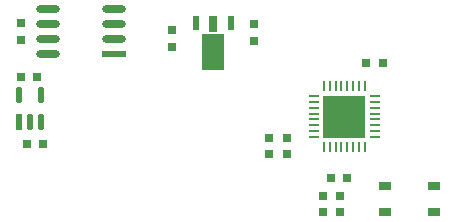
<source format=gtp>
G04*
G04 #@! TF.GenerationSoftware,Altium Limited,CircuitStudio,1.5.2 (30)*
G04*
G04 Layer_Color=8421504*
%FSLAX25Y25*%
%MOIN*%
G70*
G01*
G75*
%ADD10R,0.03000X0.03000*%
%ADD11R,0.03000X0.03000*%
%ADD12R,0.02165X0.05118*%
%ADD13R,0.03150X0.05807*%
%ADD14R,0.07284X0.12303*%
%ADD15O,0.08000X0.02400*%
%ADD16R,0.08000X0.02400*%
G04:AMPARAMS|DCode=17|XSize=55.4mil|YSize=22.67mil|CornerRadius=11.34mil|HoleSize=0mil|Usage=FLASHONLY|Rotation=90.000|XOffset=0mil|YOffset=0mil|HoleType=Round|Shape=RoundedRectangle|*
%AMROUNDEDRECTD17*
21,1,0.05540,0.00000,0,0,90.0*
21,1,0.03273,0.02267,0,0,90.0*
1,1,0.02267,0.00000,0.01636*
1,1,0.02267,0.00000,-0.01636*
1,1,0.02267,0.00000,-0.01636*
1,1,0.02267,0.00000,0.01636*
%
%ADD17ROUNDEDRECTD17*%
%ADD18R,0.02267X0.05540*%
%ADD19R,0.04134X0.02559*%
%ADD20O,0.00984X0.03543*%
%ADD21O,0.03543X0.00984*%
%ADD22R,0.14173X0.14173*%
D10*
X411909Y349606D02*
D03*
X417409D02*
D03*
X414370Y361122D02*
D03*
X419870D02*
D03*
X316535Y394687D02*
D03*
X311035D02*
D03*
X312992Y372441D02*
D03*
X318492D02*
D03*
X411811Y355020D02*
D03*
X417311D02*
D03*
X426083Y399311D02*
D03*
X431583D02*
D03*
D11*
X311024Y412598D02*
D03*
Y407098D02*
D03*
X388583Y406693D02*
D03*
Y412193D02*
D03*
X361417Y404724D02*
D03*
Y410224D02*
D03*
X399606Y368898D02*
D03*
Y374398D02*
D03*
X393701Y368898D02*
D03*
Y374398D02*
D03*
D12*
X381102Y412598D02*
D03*
X369291D02*
D03*
D13*
X375197Y412254D02*
D03*
D14*
Y403150D02*
D03*
D15*
X320126Y417362D02*
D03*
X342126D02*
D03*
X320126Y407362D02*
D03*
Y402362D02*
D03*
X342126Y407362D02*
D03*
Y412362D02*
D03*
X320126D02*
D03*
D16*
X342126Y402362D02*
D03*
D17*
X310433Y388587D02*
D03*
X317913D02*
D03*
Y379528D02*
D03*
X314173D02*
D03*
D18*
X310433D02*
D03*
D19*
X432480Y349839D02*
D03*
X448819D02*
D03*
Y358303D02*
D03*
X432480D02*
D03*
D20*
X412008Y371457D02*
D03*
X413976D02*
D03*
X415945D02*
D03*
X417913D02*
D03*
X419882D02*
D03*
X421850D02*
D03*
X423819D02*
D03*
X425787D02*
D03*
Y391535D02*
D03*
X423819D02*
D03*
X421850D02*
D03*
X419882D02*
D03*
X417913D02*
D03*
X415945D02*
D03*
X413976D02*
D03*
X412008D02*
D03*
D21*
X428937Y374606D02*
D03*
Y376575D02*
D03*
Y378543D02*
D03*
Y380512D02*
D03*
Y382480D02*
D03*
Y384449D02*
D03*
Y386417D02*
D03*
Y388386D02*
D03*
X408858D02*
D03*
Y386417D02*
D03*
Y384449D02*
D03*
Y382480D02*
D03*
Y380512D02*
D03*
Y378543D02*
D03*
Y376575D02*
D03*
Y374606D02*
D03*
D22*
X418898Y381496D02*
D03*
M02*

</source>
